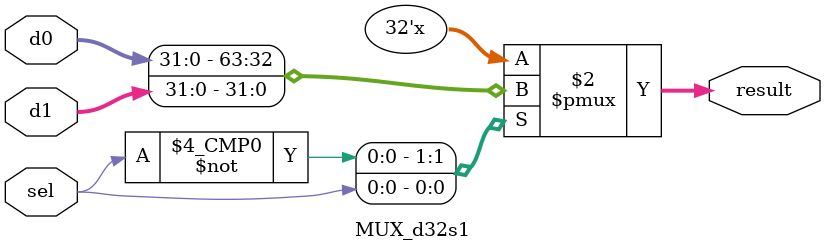
<source format=v>

module MUX_d32s2(
    input [31:0] d0,
    input [31:0] d1,
    input [31:0] d2,
    input [31:0] d3,
    input [1:0] sel,
    output reg [31:0] result);
    always @(*) begin
        case (sel)
            2'b00: result = d0;
            2'b01: result = d1;
            2'b10: result = d2;
            2'b11: result = d3;
        endcase
    end
endmodule
// module MUX_d32s3(
//     input [31:0] d0,
//     input [31:0] d1,
//     input [31:0] d2,
//     input [31:0] d3,
//     input [31:0] d4,
//     input [31:0] d5,
//     input [31:0] d6,
//     input [31:0] d7,
//     input [2:0] sel,
//     output reg [31:0] result);
//     always @(*) begin
//         case (sel)
//             3'b000: result = d0;
//             3'b001: result = d1;
//             3'b010: result = d2;
//             3'b011: result = d3;
//             3'b100: result = d4;
//             3'b101: result = d5;
//             3'b110: result = d6;
//             3'b111: result = d7;
//         endcase
//     end
// endmodule
// module MUX_d5s2(
//     input [4:0] d0,
//     input [4:0] d1,
//     input [4:0] d2,
//     input [4:0] d3,
//     input [1:0] sel,
//     output reg [4:0] result);
//     always @(*) begin
//         case (sel)
//             2'b00: result = d0;
//             2'b01: result = d1;
//             2'b10: result = d2;
//             2'b11: result = d3;
//         endcase
//     end
// endmodule
module MUX_d32s1(
    input [31:0] d0,
    input [31:0] d1,
    input [0:0] sel,
    output reg [31:0] result);
    always @(*) begin
        case (sel)
            1'b0: result = d0;
            1'b1: result = d1;
        endcase
    end
endmodule

</source>
